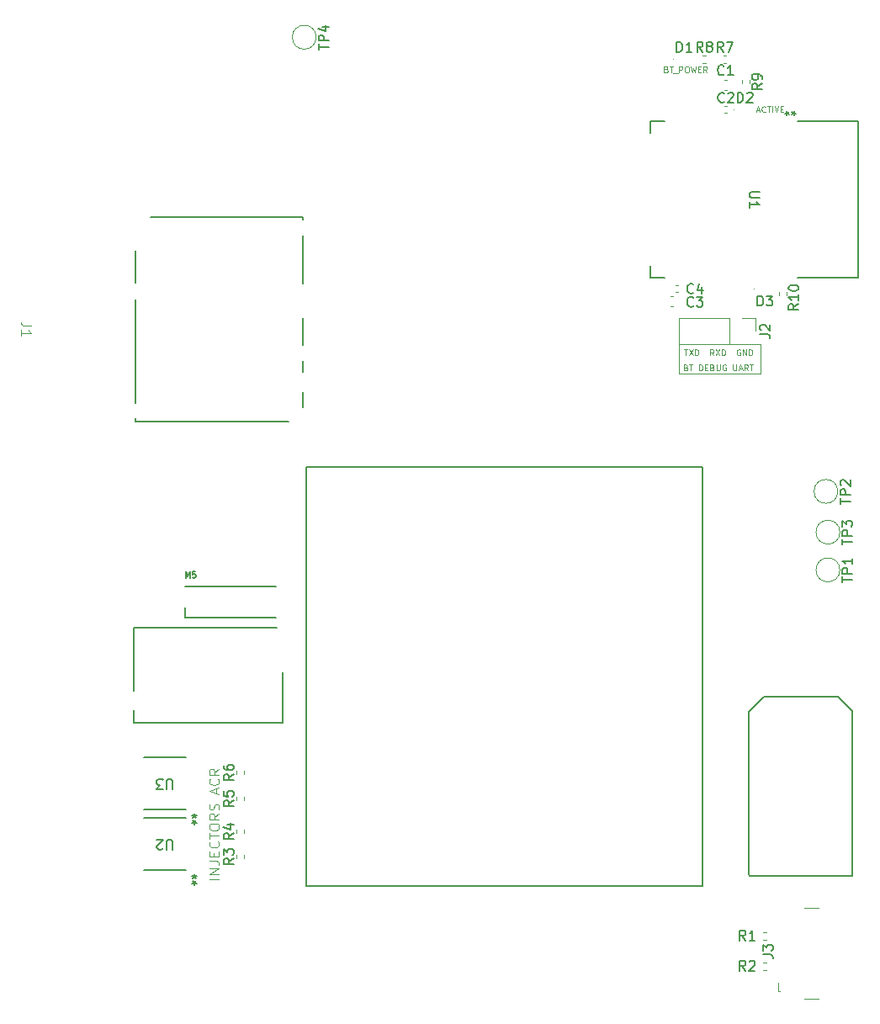
<source format=gto>
G04 #@! TF.GenerationSoftware,KiCad,Pcbnew,8.0.6-8.0.6-0~ubuntu22.04.1*
G04 #@! TF.CreationDate,2024-11-16T23:06:27+00:00*
G04 #@! TF.ProjectId,hellenbremen,68656c6c-656e-4627-9265-6d656e2e6b69,rev?*
G04 #@! TF.SameCoordinates,Original*
G04 #@! TF.FileFunction,Legend,Top*
G04 #@! TF.FilePolarity,Positive*
%FSLAX46Y46*%
G04 Gerber Fmt 4.6, Leading zero omitted, Abs format (unit mm)*
G04 Created by KiCad (PCBNEW 8.0.6-8.0.6-0~ubuntu22.04.1) date 2024-11-16 23:06:27*
%MOMM*%
%LPD*%
G01*
G04 APERTURE LIST*
%ADD10C,0.100000*%
%ADD11C,0.150000*%
%ADD12C,0.120000*%
%ADD13C,0.152400*%
%ADD14C,0.200000*%
G04 APERTURE END LIST*
D10*
X83782500Y73406000D02*
X91985500Y73406000D01*
X91985500Y70418000D01*
X83782500Y70418000D01*
X83782500Y73406000D01*
X84324894Y72877778D02*
X84667752Y72877778D01*
X84496323Y72277778D02*
X84496323Y72877778D01*
X84810609Y72877778D02*
X85210609Y72277778D01*
X85210609Y72877778D02*
X84810609Y72277778D01*
X85439181Y72277778D02*
X85439181Y72877778D01*
X85439181Y72877778D02*
X85582038Y72877778D01*
X85582038Y72877778D02*
X85667752Y72849207D01*
X85667752Y72849207D02*
X85724895Y72792064D01*
X85724895Y72792064D02*
X85753466Y72734921D01*
X85753466Y72734921D02*
X85782038Y72620635D01*
X85782038Y72620635D02*
X85782038Y72534921D01*
X85782038Y72534921D02*
X85753466Y72420635D01*
X85753466Y72420635D02*
X85724895Y72363492D01*
X85724895Y72363492D02*
X85667752Y72306349D01*
X85667752Y72306349D02*
X85582038Y72277778D01*
X85582038Y72277778D02*
X85439181Y72277778D01*
X87296324Y72277778D02*
X87096324Y72563492D01*
X86953467Y72277778D02*
X86953467Y72877778D01*
X86953467Y72877778D02*
X87182038Y72877778D01*
X87182038Y72877778D02*
X87239181Y72849207D01*
X87239181Y72849207D02*
X87267752Y72820635D01*
X87267752Y72820635D02*
X87296324Y72763492D01*
X87296324Y72763492D02*
X87296324Y72677778D01*
X87296324Y72677778D02*
X87267752Y72620635D01*
X87267752Y72620635D02*
X87239181Y72592064D01*
X87239181Y72592064D02*
X87182038Y72563492D01*
X87182038Y72563492D02*
X86953467Y72563492D01*
X87496324Y72877778D02*
X87896324Y72277778D01*
X87896324Y72877778D02*
X87496324Y72277778D01*
X88124896Y72277778D02*
X88124896Y72877778D01*
X88124896Y72877778D02*
X88267753Y72877778D01*
X88267753Y72877778D02*
X88353467Y72849207D01*
X88353467Y72849207D02*
X88410610Y72792064D01*
X88410610Y72792064D02*
X88439181Y72734921D01*
X88439181Y72734921D02*
X88467753Y72620635D01*
X88467753Y72620635D02*
X88467753Y72534921D01*
X88467753Y72534921D02*
X88439181Y72420635D01*
X88439181Y72420635D02*
X88410610Y72363492D01*
X88410610Y72363492D02*
X88353467Y72306349D01*
X88353467Y72306349D02*
X88267753Y72277778D01*
X88267753Y72277778D02*
X88124896Y72277778D01*
X89953467Y72849207D02*
X89896325Y72877778D01*
X89896325Y72877778D02*
X89810610Y72877778D01*
X89810610Y72877778D02*
X89724896Y72849207D01*
X89724896Y72849207D02*
X89667753Y72792064D01*
X89667753Y72792064D02*
X89639182Y72734921D01*
X89639182Y72734921D02*
X89610610Y72620635D01*
X89610610Y72620635D02*
X89610610Y72534921D01*
X89610610Y72534921D02*
X89639182Y72420635D01*
X89639182Y72420635D02*
X89667753Y72363492D01*
X89667753Y72363492D02*
X89724896Y72306349D01*
X89724896Y72306349D02*
X89810610Y72277778D01*
X89810610Y72277778D02*
X89867753Y72277778D01*
X89867753Y72277778D02*
X89953467Y72306349D01*
X89953467Y72306349D02*
X89982039Y72334921D01*
X89982039Y72334921D02*
X89982039Y72534921D01*
X89982039Y72534921D02*
X89867753Y72534921D01*
X90239182Y72277778D02*
X90239182Y72877778D01*
X90239182Y72877778D02*
X90582039Y72277778D01*
X90582039Y72277778D02*
X90582039Y72877778D01*
X90867753Y72277778D02*
X90867753Y72877778D01*
X90867753Y72877778D02*
X91010610Y72877778D01*
X91010610Y72877778D02*
X91096324Y72849207D01*
X91096324Y72849207D02*
X91153467Y72792064D01*
X91153467Y72792064D02*
X91182038Y72734921D01*
X91182038Y72734921D02*
X91210610Y72620635D01*
X91210610Y72620635D02*
X91210610Y72534921D01*
X91210610Y72534921D02*
X91182038Y72420635D01*
X91182038Y72420635D02*
X91153467Y72363492D01*
X91153467Y72363492D02*
X91096324Y72306349D01*
X91096324Y72306349D02*
X91010610Y72277778D01*
X91010610Y72277778D02*
X90867753Y72277778D01*
X84520146Y71064915D02*
X84605860Y71036343D01*
X84605860Y71036343D02*
X84634431Y71007772D01*
X84634431Y71007772D02*
X84663003Y70950629D01*
X84663003Y70950629D02*
X84663003Y70864915D01*
X84663003Y70864915D02*
X84634431Y70807772D01*
X84634431Y70807772D02*
X84605860Y70779200D01*
X84605860Y70779200D02*
X84548717Y70750629D01*
X84548717Y70750629D02*
X84320146Y70750629D01*
X84320146Y70750629D02*
X84320146Y71350629D01*
X84320146Y71350629D02*
X84520146Y71350629D01*
X84520146Y71350629D02*
X84577289Y71322058D01*
X84577289Y71322058D02*
X84605860Y71293486D01*
X84605860Y71293486D02*
X84634431Y71236343D01*
X84634431Y71236343D02*
X84634431Y71179200D01*
X84634431Y71179200D02*
X84605860Y71122058D01*
X84605860Y71122058D02*
X84577289Y71093486D01*
X84577289Y71093486D02*
X84520146Y71064915D01*
X84520146Y71064915D02*
X84320146Y71064915D01*
X84834431Y71350629D02*
X85177289Y71350629D01*
X85005860Y70750629D02*
X85005860Y71350629D01*
X85834432Y70750629D02*
X85834432Y71350629D01*
X85834432Y71350629D02*
X85977289Y71350629D01*
X85977289Y71350629D02*
X86063003Y71322058D01*
X86063003Y71322058D02*
X86120146Y71264915D01*
X86120146Y71264915D02*
X86148717Y71207772D01*
X86148717Y71207772D02*
X86177289Y71093486D01*
X86177289Y71093486D02*
X86177289Y71007772D01*
X86177289Y71007772D02*
X86148717Y70893486D01*
X86148717Y70893486D02*
X86120146Y70836343D01*
X86120146Y70836343D02*
X86063003Y70779200D01*
X86063003Y70779200D02*
X85977289Y70750629D01*
X85977289Y70750629D02*
X85834432Y70750629D01*
X86434432Y71064915D02*
X86634432Y71064915D01*
X86720146Y70750629D02*
X86434432Y70750629D01*
X86434432Y70750629D02*
X86434432Y71350629D01*
X86434432Y71350629D02*
X86720146Y71350629D01*
X87177289Y71064915D02*
X87263003Y71036343D01*
X87263003Y71036343D02*
X87291574Y71007772D01*
X87291574Y71007772D02*
X87320146Y70950629D01*
X87320146Y70950629D02*
X87320146Y70864915D01*
X87320146Y70864915D02*
X87291574Y70807772D01*
X87291574Y70807772D02*
X87263003Y70779200D01*
X87263003Y70779200D02*
X87205860Y70750629D01*
X87205860Y70750629D02*
X86977289Y70750629D01*
X86977289Y70750629D02*
X86977289Y71350629D01*
X86977289Y71350629D02*
X87177289Y71350629D01*
X87177289Y71350629D02*
X87234432Y71322058D01*
X87234432Y71322058D02*
X87263003Y71293486D01*
X87263003Y71293486D02*
X87291574Y71236343D01*
X87291574Y71236343D02*
X87291574Y71179200D01*
X87291574Y71179200D02*
X87263003Y71122058D01*
X87263003Y71122058D02*
X87234432Y71093486D01*
X87234432Y71093486D02*
X87177289Y71064915D01*
X87177289Y71064915D02*
X86977289Y71064915D01*
X87577289Y71350629D02*
X87577289Y70864915D01*
X87577289Y70864915D02*
X87605860Y70807772D01*
X87605860Y70807772D02*
X87634432Y70779200D01*
X87634432Y70779200D02*
X87691574Y70750629D01*
X87691574Y70750629D02*
X87805860Y70750629D01*
X87805860Y70750629D02*
X87863003Y70779200D01*
X87863003Y70779200D02*
X87891574Y70807772D01*
X87891574Y70807772D02*
X87920146Y70864915D01*
X87920146Y70864915D02*
X87920146Y71350629D01*
X88520145Y71322058D02*
X88463003Y71350629D01*
X88463003Y71350629D02*
X88377288Y71350629D01*
X88377288Y71350629D02*
X88291574Y71322058D01*
X88291574Y71322058D02*
X88234431Y71264915D01*
X88234431Y71264915D02*
X88205860Y71207772D01*
X88205860Y71207772D02*
X88177288Y71093486D01*
X88177288Y71093486D02*
X88177288Y71007772D01*
X88177288Y71007772D02*
X88205860Y70893486D01*
X88205860Y70893486D02*
X88234431Y70836343D01*
X88234431Y70836343D02*
X88291574Y70779200D01*
X88291574Y70779200D02*
X88377288Y70750629D01*
X88377288Y70750629D02*
X88434431Y70750629D01*
X88434431Y70750629D02*
X88520145Y70779200D01*
X88520145Y70779200D02*
X88548717Y70807772D01*
X88548717Y70807772D02*
X88548717Y71007772D01*
X88548717Y71007772D02*
X88434431Y71007772D01*
X89263003Y71350629D02*
X89263003Y70864915D01*
X89263003Y70864915D02*
X89291574Y70807772D01*
X89291574Y70807772D02*
X89320146Y70779200D01*
X89320146Y70779200D02*
X89377288Y70750629D01*
X89377288Y70750629D02*
X89491574Y70750629D01*
X89491574Y70750629D02*
X89548717Y70779200D01*
X89548717Y70779200D02*
X89577288Y70807772D01*
X89577288Y70807772D02*
X89605860Y70864915D01*
X89605860Y70864915D02*
X89605860Y71350629D01*
X89863002Y70922058D02*
X90148717Y70922058D01*
X89805859Y70750629D02*
X90005859Y71350629D01*
X90005859Y71350629D02*
X90205859Y70750629D01*
X90748717Y70750629D02*
X90548717Y71036343D01*
X90405860Y70750629D02*
X90405860Y71350629D01*
X90405860Y71350629D02*
X90634431Y71350629D01*
X90634431Y71350629D02*
X90691574Y71322058D01*
X90691574Y71322058D02*
X90720145Y71293486D01*
X90720145Y71293486D02*
X90748717Y71236343D01*
X90748717Y71236343D02*
X90748717Y71150629D01*
X90748717Y71150629D02*
X90720145Y71093486D01*
X90720145Y71093486D02*
X90691574Y71064915D01*
X90691574Y71064915D02*
X90634431Y71036343D01*
X90634431Y71036343D02*
X90405860Y71036343D01*
X90920145Y71350629D02*
X91263003Y71350629D01*
X91091574Y70750629D02*
X91091574Y71350629D01*
X37248554Y28196266D02*
X37248554Y28672456D01*
X37534269Y28101028D02*
X36534269Y28434361D01*
X36534269Y28434361D02*
X37534269Y28767694D01*
X37439030Y29672456D02*
X37486650Y29624837D01*
X37486650Y29624837D02*
X37534269Y29481980D01*
X37534269Y29481980D02*
X37534269Y29386742D01*
X37534269Y29386742D02*
X37486650Y29243885D01*
X37486650Y29243885D02*
X37391411Y29148647D01*
X37391411Y29148647D02*
X37296173Y29101028D01*
X37296173Y29101028D02*
X37105697Y29053409D01*
X37105697Y29053409D02*
X36962840Y29053409D01*
X36962840Y29053409D02*
X36772364Y29101028D01*
X36772364Y29101028D02*
X36677126Y29148647D01*
X36677126Y29148647D02*
X36581888Y29243885D01*
X36581888Y29243885D02*
X36534269Y29386742D01*
X36534269Y29386742D02*
X36534269Y29481980D01*
X36534269Y29481980D02*
X36581888Y29624837D01*
X36581888Y29624837D02*
X36629507Y29672456D01*
X37534269Y30672456D02*
X37058078Y30339123D01*
X37534269Y30101028D02*
X36534269Y30101028D01*
X36534269Y30101028D02*
X36534269Y30481980D01*
X36534269Y30481980D02*
X36581888Y30577218D01*
X36581888Y30577218D02*
X36629507Y30624837D01*
X36629507Y30624837D02*
X36724745Y30672456D01*
X36724745Y30672456D02*
X36867602Y30672456D01*
X36867602Y30672456D02*
X36962840Y30624837D01*
X36962840Y30624837D02*
X37010459Y30577218D01*
X37010459Y30577218D02*
X37058078Y30481980D01*
X37058078Y30481980D02*
X37058078Y30101028D01*
X37534269Y19607885D02*
X36534269Y19607885D01*
X37534269Y20084075D02*
X36534269Y20084075D01*
X36534269Y20084075D02*
X37534269Y20655503D01*
X37534269Y20655503D02*
X36534269Y20655503D01*
X36534269Y21417408D02*
X37248554Y21417408D01*
X37248554Y21417408D02*
X37391411Y21369789D01*
X37391411Y21369789D02*
X37486650Y21274551D01*
X37486650Y21274551D02*
X37534269Y21131694D01*
X37534269Y21131694D02*
X37534269Y21036456D01*
X37010459Y21893599D02*
X37010459Y22226932D01*
X37534269Y22369789D02*
X37534269Y21893599D01*
X37534269Y21893599D02*
X36534269Y21893599D01*
X36534269Y21893599D02*
X36534269Y22369789D01*
X37439030Y23369789D02*
X37486650Y23322170D01*
X37486650Y23322170D02*
X37534269Y23179313D01*
X37534269Y23179313D02*
X37534269Y23084075D01*
X37534269Y23084075D02*
X37486650Y22941218D01*
X37486650Y22941218D02*
X37391411Y22845980D01*
X37391411Y22845980D02*
X37296173Y22798361D01*
X37296173Y22798361D02*
X37105697Y22750742D01*
X37105697Y22750742D02*
X36962840Y22750742D01*
X36962840Y22750742D02*
X36772364Y22798361D01*
X36772364Y22798361D02*
X36677126Y22845980D01*
X36677126Y22845980D02*
X36581888Y22941218D01*
X36581888Y22941218D02*
X36534269Y23084075D01*
X36534269Y23084075D02*
X36534269Y23179313D01*
X36534269Y23179313D02*
X36581888Y23322170D01*
X36581888Y23322170D02*
X36629507Y23369789D01*
X36534269Y23655504D02*
X36534269Y24226932D01*
X37534269Y23941218D02*
X36534269Y23941218D01*
X36534269Y24750742D02*
X36534269Y24941218D01*
X36534269Y24941218D02*
X36581888Y25036456D01*
X36581888Y25036456D02*
X36677126Y25131694D01*
X36677126Y25131694D02*
X36867602Y25179313D01*
X36867602Y25179313D02*
X37200935Y25179313D01*
X37200935Y25179313D02*
X37391411Y25131694D01*
X37391411Y25131694D02*
X37486650Y25036456D01*
X37486650Y25036456D02*
X37534269Y24941218D01*
X37534269Y24941218D02*
X37534269Y24750742D01*
X37534269Y24750742D02*
X37486650Y24655504D01*
X37486650Y24655504D02*
X37391411Y24560266D01*
X37391411Y24560266D02*
X37200935Y24512647D01*
X37200935Y24512647D02*
X36867602Y24512647D01*
X36867602Y24512647D02*
X36677126Y24560266D01*
X36677126Y24560266D02*
X36581888Y24655504D01*
X36581888Y24655504D02*
X36534269Y24750742D01*
X37534269Y26179313D02*
X37058078Y25845980D01*
X37534269Y25607885D02*
X36534269Y25607885D01*
X36534269Y25607885D02*
X36534269Y25988837D01*
X36534269Y25988837D02*
X36581888Y26084075D01*
X36581888Y26084075D02*
X36629507Y26131694D01*
X36629507Y26131694D02*
X36724745Y26179313D01*
X36724745Y26179313D02*
X36867602Y26179313D01*
X36867602Y26179313D02*
X36962840Y26131694D01*
X36962840Y26131694D02*
X37010459Y26084075D01*
X37010459Y26084075D02*
X37058078Y25988837D01*
X37058078Y25988837D02*
X37058078Y25607885D01*
X37486650Y26560266D02*
X37534269Y26703123D01*
X37534269Y26703123D02*
X37534269Y26941218D01*
X37534269Y26941218D02*
X37486650Y27036456D01*
X37486650Y27036456D02*
X37439030Y27084075D01*
X37439030Y27084075D02*
X37343792Y27131694D01*
X37343792Y27131694D02*
X37248554Y27131694D01*
X37248554Y27131694D02*
X37153316Y27084075D01*
X37153316Y27084075D02*
X37105697Y27036456D01*
X37105697Y27036456D02*
X37058078Y26941218D01*
X37058078Y26941218D02*
X37010459Y26750742D01*
X37010459Y26750742D02*
X36962840Y26655504D01*
X36962840Y26655504D02*
X36915221Y26607885D01*
X36915221Y26607885D02*
X36819983Y26560266D01*
X36819983Y26560266D02*
X36724745Y26560266D01*
X36724745Y26560266D02*
X36629507Y26607885D01*
X36629507Y26607885D02*
X36581888Y26655504D01*
X36581888Y26655504D02*
X36534269Y26750742D01*
X36534269Y26750742D02*
X36534269Y26988837D01*
X36534269Y26988837D02*
X36581888Y27131694D01*
X82525480Y101088115D02*
X82611194Y101059543D01*
X82611194Y101059543D02*
X82639765Y101030972D01*
X82639765Y101030972D02*
X82668337Y100973829D01*
X82668337Y100973829D02*
X82668337Y100888115D01*
X82668337Y100888115D02*
X82639765Y100830972D01*
X82639765Y100830972D02*
X82611194Y100802400D01*
X82611194Y100802400D02*
X82554051Y100773829D01*
X82554051Y100773829D02*
X82325480Y100773829D01*
X82325480Y100773829D02*
X82325480Y101373829D01*
X82325480Y101373829D02*
X82525480Y101373829D01*
X82525480Y101373829D02*
X82582623Y101345258D01*
X82582623Y101345258D02*
X82611194Y101316686D01*
X82611194Y101316686D02*
X82639765Y101259543D01*
X82639765Y101259543D02*
X82639765Y101202400D01*
X82639765Y101202400D02*
X82611194Y101145258D01*
X82611194Y101145258D02*
X82582623Y101116686D01*
X82582623Y101116686D02*
X82525480Y101088115D01*
X82525480Y101088115D02*
X82325480Y101088115D01*
X82839765Y101373829D02*
X83182623Y101373829D01*
X83011194Y100773829D02*
X83011194Y101373829D01*
X83239766Y100716686D02*
X83696908Y100716686D01*
X83839766Y100773829D02*
X83839766Y101373829D01*
X83839766Y101373829D02*
X84068337Y101373829D01*
X84068337Y101373829D02*
X84125480Y101345258D01*
X84125480Y101345258D02*
X84154051Y101316686D01*
X84154051Y101316686D02*
X84182623Y101259543D01*
X84182623Y101259543D02*
X84182623Y101173829D01*
X84182623Y101173829D02*
X84154051Y101116686D01*
X84154051Y101116686D02*
X84125480Y101088115D01*
X84125480Y101088115D02*
X84068337Y101059543D01*
X84068337Y101059543D02*
X83839766Y101059543D01*
X84554051Y101373829D02*
X84668337Y101373829D01*
X84668337Y101373829D02*
X84725480Y101345258D01*
X84725480Y101345258D02*
X84782623Y101288115D01*
X84782623Y101288115D02*
X84811194Y101173829D01*
X84811194Y101173829D02*
X84811194Y100973829D01*
X84811194Y100973829D02*
X84782623Y100859543D01*
X84782623Y100859543D02*
X84725480Y100802400D01*
X84725480Y100802400D02*
X84668337Y100773829D01*
X84668337Y100773829D02*
X84554051Y100773829D01*
X84554051Y100773829D02*
X84496909Y100802400D01*
X84496909Y100802400D02*
X84439766Y100859543D01*
X84439766Y100859543D02*
X84411194Y100973829D01*
X84411194Y100973829D02*
X84411194Y101173829D01*
X84411194Y101173829D02*
X84439766Y101288115D01*
X84439766Y101288115D02*
X84496909Y101345258D01*
X84496909Y101345258D02*
X84554051Y101373829D01*
X85011194Y101373829D02*
X85154051Y100773829D01*
X85154051Y100773829D02*
X85268337Y101202400D01*
X85268337Y101202400D02*
X85382622Y100773829D01*
X85382622Y100773829D02*
X85525480Y101373829D01*
X85754051Y101088115D02*
X85954051Y101088115D01*
X86039765Y100773829D02*
X85754051Y100773829D01*
X85754051Y100773829D02*
X85754051Y101373829D01*
X85754051Y101373829D02*
X86039765Y101373829D01*
X86639765Y100773829D02*
X86439765Y101059543D01*
X86296908Y100773829D02*
X86296908Y101373829D01*
X86296908Y101373829D02*
X86525479Y101373829D01*
X86525479Y101373829D02*
X86582622Y101345258D01*
X86582622Y101345258D02*
X86611193Y101316686D01*
X86611193Y101316686D02*
X86639765Y101259543D01*
X86639765Y101259543D02*
X86639765Y101173829D01*
X86639765Y101173829D02*
X86611193Y101116686D01*
X86611193Y101116686D02*
X86582622Y101088115D01*
X86582622Y101088115D02*
X86525479Y101059543D01*
X86525479Y101059543D02*
X86296908Y101059543D01*
X91620074Y96923795D02*
X91905789Y96923795D01*
X91562931Y96752366D02*
X91762931Y97352366D01*
X91762931Y97352366D02*
X91962931Y96752366D01*
X92505789Y96809509D02*
X92477217Y96780937D01*
X92477217Y96780937D02*
X92391503Y96752366D01*
X92391503Y96752366D02*
X92334360Y96752366D01*
X92334360Y96752366D02*
X92248646Y96780937D01*
X92248646Y96780937D02*
X92191503Y96838080D01*
X92191503Y96838080D02*
X92162932Y96895223D01*
X92162932Y96895223D02*
X92134360Y97009509D01*
X92134360Y97009509D02*
X92134360Y97095223D01*
X92134360Y97095223D02*
X92162932Y97209509D01*
X92162932Y97209509D02*
X92191503Y97266652D01*
X92191503Y97266652D02*
X92248646Y97323795D01*
X92248646Y97323795D02*
X92334360Y97352366D01*
X92334360Y97352366D02*
X92391503Y97352366D01*
X92391503Y97352366D02*
X92477217Y97323795D01*
X92477217Y97323795D02*
X92505789Y97295223D01*
X92677217Y97352366D02*
X93020075Y97352366D01*
X92848646Y96752366D02*
X92848646Y97352366D01*
X93220075Y96752366D02*
X93220075Y97352366D01*
X93420074Y97352366D02*
X93620074Y96752366D01*
X93620074Y96752366D02*
X93820074Y97352366D01*
X94020075Y97066652D02*
X94220075Y97066652D01*
X94305789Y96752366D02*
X94020075Y96752366D01*
X94020075Y96752366D02*
X94020075Y97352366D01*
X94020075Y97352366D02*
X94305789Y97352366D01*
D11*
X85261219Y77278193D02*
X85213600Y77230573D01*
X85213600Y77230573D02*
X85070743Y77182954D01*
X85070743Y77182954D02*
X84975505Y77182954D01*
X84975505Y77182954D02*
X84832648Y77230573D01*
X84832648Y77230573D02*
X84737410Y77325812D01*
X84737410Y77325812D02*
X84689791Y77421050D01*
X84689791Y77421050D02*
X84642172Y77611526D01*
X84642172Y77611526D02*
X84642172Y77754383D01*
X84642172Y77754383D02*
X84689791Y77944859D01*
X84689791Y77944859D02*
X84737410Y78040097D01*
X84737410Y78040097D02*
X84832648Y78135335D01*
X84832648Y78135335D02*
X84975505Y78182954D01*
X84975505Y78182954D02*
X85070743Y78182954D01*
X85070743Y78182954D02*
X85213600Y78135335D01*
X85213600Y78135335D02*
X85261219Y78087716D01*
X85594553Y78182954D02*
X86213600Y78182954D01*
X86213600Y78182954D02*
X85880267Y77802002D01*
X85880267Y77802002D02*
X86023124Y77802002D01*
X86023124Y77802002D02*
X86118362Y77754383D01*
X86118362Y77754383D02*
X86165981Y77706764D01*
X86165981Y77706764D02*
X86213600Y77611526D01*
X86213600Y77611526D02*
X86213600Y77373431D01*
X86213600Y77373431D02*
X86165981Y77278193D01*
X86165981Y77278193D02*
X86118362Y77230573D01*
X86118362Y77230573D02*
X86023124Y77182954D01*
X86023124Y77182954D02*
X85737410Y77182954D01*
X85737410Y77182954D02*
X85642172Y77230573D01*
X85642172Y77230573D02*
X85594553Y77278193D01*
X38978669Y21675334D02*
X38502478Y21342001D01*
X38978669Y21103906D02*
X37978669Y21103906D01*
X37978669Y21103906D02*
X37978669Y21484858D01*
X37978669Y21484858D02*
X38026288Y21580096D01*
X38026288Y21580096D02*
X38073907Y21627715D01*
X38073907Y21627715D02*
X38169145Y21675334D01*
X38169145Y21675334D02*
X38312002Y21675334D01*
X38312002Y21675334D02*
X38407240Y21627715D01*
X38407240Y21627715D02*
X38454859Y21580096D01*
X38454859Y21580096D02*
X38502478Y21484858D01*
X38502478Y21484858D02*
X38502478Y21103906D01*
X37978669Y22008668D02*
X37978669Y22627715D01*
X37978669Y22627715D02*
X38359621Y22294382D01*
X38359621Y22294382D02*
X38359621Y22437239D01*
X38359621Y22437239D02*
X38407240Y22532477D01*
X38407240Y22532477D02*
X38454859Y22580096D01*
X38454859Y22580096D02*
X38550097Y22627715D01*
X38550097Y22627715D02*
X38788192Y22627715D01*
X38788192Y22627715D02*
X38883430Y22580096D01*
X38883430Y22580096D02*
X38931050Y22532477D01*
X38931050Y22532477D02*
X38978669Y22437239D01*
X38978669Y22437239D02*
X38978669Y22151525D01*
X38978669Y22151525D02*
X38931050Y22056287D01*
X38931050Y22056287D02*
X38883430Y22008668D01*
X85261219Y78588069D02*
X85213600Y78540449D01*
X85213600Y78540449D02*
X85070743Y78492830D01*
X85070743Y78492830D02*
X84975505Y78492830D01*
X84975505Y78492830D02*
X84832648Y78540449D01*
X84832648Y78540449D02*
X84737410Y78635688D01*
X84737410Y78635688D02*
X84689791Y78730926D01*
X84689791Y78730926D02*
X84642172Y78921402D01*
X84642172Y78921402D02*
X84642172Y79064259D01*
X84642172Y79064259D02*
X84689791Y79254735D01*
X84689791Y79254735D02*
X84737410Y79349973D01*
X84737410Y79349973D02*
X84832648Y79445211D01*
X84832648Y79445211D02*
X84975505Y79492830D01*
X84975505Y79492830D02*
X85070743Y79492830D01*
X85070743Y79492830D02*
X85213600Y79445211D01*
X85213600Y79445211D02*
X85261219Y79397592D01*
X86118362Y79159497D02*
X86118362Y78492830D01*
X85880267Y79540449D02*
X85642172Y78826164D01*
X85642172Y78826164D02*
X86261219Y78826164D01*
X95836037Y77451064D02*
X95359846Y77117731D01*
X95836037Y76879636D02*
X94836037Y76879636D01*
X94836037Y76879636D02*
X94836037Y77260588D01*
X94836037Y77260588D02*
X94883656Y77355826D01*
X94883656Y77355826D02*
X94931275Y77403445D01*
X94931275Y77403445D02*
X95026513Y77451064D01*
X95026513Y77451064D02*
X95169370Y77451064D01*
X95169370Y77451064D02*
X95264608Y77403445D01*
X95264608Y77403445D02*
X95312227Y77355826D01*
X95312227Y77355826D02*
X95359846Y77260588D01*
X95359846Y77260588D02*
X95359846Y76879636D01*
X95836037Y78403445D02*
X95836037Y77832017D01*
X95836037Y78117731D02*
X94836037Y78117731D01*
X94836037Y78117731D02*
X94978894Y78022493D01*
X94978894Y78022493D02*
X95074132Y77927255D01*
X95074132Y77927255D02*
X95121751Y77832017D01*
X94836037Y79022493D02*
X94836037Y79117731D01*
X94836037Y79117731D02*
X94883656Y79212969D01*
X94883656Y79212969D02*
X94931275Y79260588D01*
X94931275Y79260588D02*
X95026513Y79308207D01*
X95026513Y79308207D02*
X95216989Y79355826D01*
X95216989Y79355826D02*
X95455084Y79355826D01*
X95455084Y79355826D02*
X95645560Y79308207D01*
X95645560Y79308207D02*
X95740798Y79260588D01*
X95740798Y79260588D02*
X95788418Y79212969D01*
X95788418Y79212969D02*
X95836037Y79117731D01*
X95836037Y79117731D02*
X95836037Y79022493D01*
X95836037Y79022493D02*
X95788418Y78927255D01*
X95788418Y78927255D02*
X95740798Y78879636D01*
X95740798Y78879636D02*
X95645560Y78832017D01*
X95645560Y78832017D02*
X95455084Y78784398D01*
X95455084Y78784398D02*
X95216989Y78784398D01*
X95216989Y78784398D02*
X95026513Y78832017D01*
X95026513Y78832017D02*
X94931275Y78879636D01*
X94931275Y78879636D02*
X94883656Y78927255D01*
X94883656Y78927255D02*
X94836037Y79022493D01*
X38978669Y27521334D02*
X38502478Y27188001D01*
X38978669Y26949906D02*
X37978669Y26949906D01*
X37978669Y26949906D02*
X37978669Y27330858D01*
X37978669Y27330858D02*
X38026288Y27426096D01*
X38026288Y27426096D02*
X38073907Y27473715D01*
X38073907Y27473715D02*
X38169145Y27521334D01*
X38169145Y27521334D02*
X38312002Y27521334D01*
X38312002Y27521334D02*
X38407240Y27473715D01*
X38407240Y27473715D02*
X38454859Y27426096D01*
X38454859Y27426096D02*
X38502478Y27330858D01*
X38502478Y27330858D02*
X38502478Y26949906D01*
X37978669Y28426096D02*
X37978669Y27949906D01*
X37978669Y27949906D02*
X38454859Y27902287D01*
X38454859Y27902287D02*
X38407240Y27949906D01*
X38407240Y27949906D02*
X38359621Y28045144D01*
X38359621Y28045144D02*
X38359621Y28283239D01*
X38359621Y28283239D02*
X38407240Y28378477D01*
X38407240Y28378477D02*
X38454859Y28426096D01*
X38454859Y28426096D02*
X38550097Y28473715D01*
X38550097Y28473715D02*
X38788192Y28473715D01*
X38788192Y28473715D02*
X38883430Y28426096D01*
X38883430Y28426096D02*
X38931050Y28378477D01*
X38931050Y28378477D02*
X38978669Y28283239D01*
X38978669Y28283239D02*
X38978669Y28045144D01*
X38978669Y28045144D02*
X38931050Y27949906D01*
X38931050Y27949906D02*
X38883430Y27902287D01*
X91977319Y74402667D02*
X92691604Y74402667D01*
X92691604Y74402667D02*
X92834461Y74355048D01*
X92834461Y74355048D02*
X92929700Y74259810D01*
X92929700Y74259810D02*
X92977319Y74116953D01*
X92977319Y74116953D02*
X92977319Y74021715D01*
X92072557Y74831239D02*
X92024938Y74878858D01*
X92024938Y74878858D02*
X91977319Y74974096D01*
X91977319Y74974096D02*
X91977319Y75212191D01*
X91977319Y75212191D02*
X92024938Y75307429D01*
X92024938Y75307429D02*
X92072557Y75355048D01*
X92072557Y75355048D02*
X92167795Y75402667D01*
X92167795Y75402667D02*
X92263033Y75402667D01*
X92263033Y75402667D02*
X92405890Y75355048D01*
X92405890Y75355048D02*
X92977319Y74783620D01*
X92977319Y74783620D02*
X92977319Y75402667D01*
X90513333Y10375181D02*
X90180000Y10851372D01*
X89941905Y10375181D02*
X89941905Y11375181D01*
X89941905Y11375181D02*
X90322857Y11375181D01*
X90322857Y11375181D02*
X90418095Y11327562D01*
X90418095Y11327562D02*
X90465714Y11279943D01*
X90465714Y11279943D02*
X90513333Y11184705D01*
X90513333Y11184705D02*
X90513333Y11041848D01*
X90513333Y11041848D02*
X90465714Y10946610D01*
X90465714Y10946610D02*
X90418095Y10898991D01*
X90418095Y10898991D02*
X90322857Y10851372D01*
X90322857Y10851372D02*
X89941905Y10851372D01*
X90894286Y11279943D02*
X90941905Y11327562D01*
X90941905Y11327562D02*
X91037143Y11375181D01*
X91037143Y11375181D02*
X91275238Y11375181D01*
X91275238Y11375181D02*
X91370476Y11327562D01*
X91370476Y11327562D02*
X91418095Y11279943D01*
X91418095Y11279943D02*
X91465714Y11184705D01*
X91465714Y11184705D02*
X91465714Y11089467D01*
X91465714Y11089467D02*
X91418095Y10946610D01*
X91418095Y10946610D02*
X90846667Y10375181D01*
X90846667Y10375181D02*
X91465714Y10375181D01*
X32835754Y28664820D02*
X32835754Y29474343D01*
X32835754Y29474343D02*
X32788135Y29569581D01*
X32788135Y29569581D02*
X32740516Y29617200D01*
X32740516Y29617200D02*
X32645278Y29664820D01*
X32645278Y29664820D02*
X32454802Y29664820D01*
X32454802Y29664820D02*
X32359564Y29617200D01*
X32359564Y29617200D02*
X32311945Y29569581D01*
X32311945Y29569581D02*
X32264326Y29474343D01*
X32264326Y29474343D02*
X32264326Y28664820D01*
X31883373Y28664820D02*
X31264326Y28664820D01*
X31264326Y28664820D02*
X31597659Y29045772D01*
X31597659Y29045772D02*
X31454802Y29045772D01*
X31454802Y29045772D02*
X31359564Y29093391D01*
X31359564Y29093391D02*
X31311945Y29141010D01*
X31311945Y29141010D02*
X31264326Y29236248D01*
X31264326Y29236248D02*
X31264326Y29474343D01*
X31264326Y29474343D02*
X31311945Y29569581D01*
X31311945Y29569581D02*
X31359564Y29617200D01*
X31359564Y29617200D02*
X31454802Y29664820D01*
X31454802Y29664820D02*
X31740516Y29664820D01*
X31740516Y29664820D02*
X31835754Y29617200D01*
X31835754Y29617200D02*
X31883373Y29569581D01*
X35052000Y26173781D02*
X35052000Y25935686D01*
X34813905Y26030924D02*
X35052000Y25935686D01*
X35052000Y25935686D02*
X35290095Y26030924D01*
X34909143Y25745210D02*
X35052000Y25935686D01*
X35052000Y25935686D02*
X35194857Y25745210D01*
X35051999Y25083420D02*
X35051999Y25321515D01*
X35290094Y25226277D02*
X35051999Y25321515D01*
X35051999Y25321515D02*
X34813904Y25226277D01*
X35194856Y25511991D02*
X35051999Y25321515D01*
X35051999Y25321515D02*
X34909142Y25511991D01*
X90513333Y13423181D02*
X90180000Y13899372D01*
X89941905Y13423181D02*
X89941905Y14423181D01*
X89941905Y14423181D02*
X90322857Y14423181D01*
X90322857Y14423181D02*
X90418095Y14375562D01*
X90418095Y14375562D02*
X90465714Y14327943D01*
X90465714Y14327943D02*
X90513333Y14232705D01*
X90513333Y14232705D02*
X90513333Y14089848D01*
X90513333Y14089848D02*
X90465714Y13994610D01*
X90465714Y13994610D02*
X90418095Y13946991D01*
X90418095Y13946991D02*
X90322857Y13899372D01*
X90322857Y13899372D02*
X89941905Y13899372D01*
X91465714Y13423181D02*
X90894286Y13423181D01*
X91180000Y13423181D02*
X91180000Y14423181D01*
X91180000Y14423181D02*
X91084762Y14280324D01*
X91084762Y14280324D02*
X90989524Y14185086D01*
X90989524Y14185086D02*
X90894286Y14137467D01*
X100252819Y49438096D02*
X100252819Y50009524D01*
X101252819Y49723810D02*
X100252819Y49723810D01*
X101252819Y50342858D02*
X100252819Y50342858D01*
X100252819Y50342858D02*
X100252819Y50723810D01*
X100252819Y50723810D02*
X100300438Y50819048D01*
X100300438Y50819048D02*
X100348057Y50866667D01*
X100348057Y50866667D02*
X100443295Y50914286D01*
X100443295Y50914286D02*
X100586152Y50914286D01*
X100586152Y50914286D02*
X100681390Y50866667D01*
X100681390Y50866667D02*
X100729009Y50819048D01*
X100729009Y50819048D02*
X100776628Y50723810D01*
X100776628Y50723810D02*
X100776628Y50342858D01*
X101252819Y51866667D02*
X101252819Y51295239D01*
X101252819Y51580953D02*
X100252819Y51580953D01*
X100252819Y51580953D02*
X100395676Y51485715D01*
X100395676Y51485715D02*
X100490914Y51390477D01*
X100490914Y51390477D02*
X100538533Y51295239D01*
X34191741Y49919429D02*
X34191741Y50519429D01*
X34191741Y50519429D02*
X34391741Y50090858D01*
X34391741Y50090858D02*
X34591741Y50519429D01*
X34591741Y50519429D02*
X34591741Y49919429D01*
X35163169Y50519429D02*
X34877455Y50519429D01*
X34877455Y50519429D02*
X34848883Y50233715D01*
X34848883Y50233715D02*
X34877455Y50262286D01*
X34877455Y50262286D02*
X34934598Y50290858D01*
X34934598Y50290858D02*
X35077455Y50290858D01*
X35077455Y50290858D02*
X35134598Y50262286D01*
X35134598Y50262286D02*
X35163169Y50233715D01*
X35163169Y50233715D02*
X35191740Y50176572D01*
X35191740Y50176572D02*
X35191740Y50033715D01*
X35191740Y50033715D02*
X35163169Y49976572D01*
X35163169Y49976572D02*
X35134598Y49948000D01*
X35134598Y49948000D02*
X35077455Y49919429D01*
X35077455Y49919429D02*
X34934598Y49919429D01*
X34934598Y49919429D02*
X34877455Y49948000D01*
X34877455Y49948000D02*
X34848883Y49976572D01*
X38978669Y24215334D02*
X38502478Y23882001D01*
X38978669Y23643906D02*
X37978669Y23643906D01*
X37978669Y23643906D02*
X37978669Y24024858D01*
X37978669Y24024858D02*
X38026288Y24120096D01*
X38026288Y24120096D02*
X38073907Y24167715D01*
X38073907Y24167715D02*
X38169145Y24215334D01*
X38169145Y24215334D02*
X38312002Y24215334D01*
X38312002Y24215334D02*
X38407240Y24167715D01*
X38407240Y24167715D02*
X38454859Y24120096D01*
X38454859Y24120096D02*
X38502478Y24024858D01*
X38502478Y24024858D02*
X38502478Y23643906D01*
X38312002Y25072477D02*
X38978669Y25072477D01*
X37931050Y24834382D02*
X38645335Y24596287D01*
X38645335Y24596287D02*
X38645335Y25215334D01*
X89708905Y97743181D02*
X89708905Y98743181D01*
X89708905Y98743181D02*
X89947000Y98743181D01*
X89947000Y98743181D02*
X90089857Y98695562D01*
X90089857Y98695562D02*
X90185095Y98600324D01*
X90185095Y98600324D02*
X90232714Y98505086D01*
X90232714Y98505086D02*
X90280333Y98314610D01*
X90280333Y98314610D02*
X90280333Y98171753D01*
X90280333Y98171753D02*
X90232714Y97981277D01*
X90232714Y97981277D02*
X90185095Y97886039D01*
X90185095Y97886039D02*
X90089857Y97790800D01*
X90089857Y97790800D02*
X89947000Y97743181D01*
X89947000Y97743181D02*
X89708905Y97743181D01*
X90661286Y98647943D02*
X90708905Y98695562D01*
X90708905Y98695562D02*
X90804143Y98743181D01*
X90804143Y98743181D02*
X91042238Y98743181D01*
X91042238Y98743181D02*
X91137476Y98695562D01*
X91137476Y98695562D02*
X91185095Y98647943D01*
X91185095Y98647943D02*
X91232714Y98552705D01*
X91232714Y98552705D02*
X91232714Y98457467D01*
X91232714Y98457467D02*
X91185095Y98314610D01*
X91185095Y98314610D02*
X90613667Y97743181D01*
X90613667Y97743181D02*
X91232714Y97743181D01*
X100252819Y53238096D02*
X100252819Y53809524D01*
X101252819Y53523810D02*
X100252819Y53523810D01*
X101252819Y54142858D02*
X100252819Y54142858D01*
X100252819Y54142858D02*
X100252819Y54523810D01*
X100252819Y54523810D02*
X100300438Y54619048D01*
X100300438Y54619048D02*
X100348057Y54666667D01*
X100348057Y54666667D02*
X100443295Y54714286D01*
X100443295Y54714286D02*
X100586152Y54714286D01*
X100586152Y54714286D02*
X100681390Y54666667D01*
X100681390Y54666667D02*
X100729009Y54619048D01*
X100729009Y54619048D02*
X100776628Y54523810D01*
X100776628Y54523810D02*
X100776628Y54142858D01*
X100252819Y55047620D02*
X100252819Y55666667D01*
X100252819Y55666667D02*
X100633771Y55333334D01*
X100633771Y55333334D02*
X100633771Y55476191D01*
X100633771Y55476191D02*
X100681390Y55571429D01*
X100681390Y55571429D02*
X100729009Y55619048D01*
X100729009Y55619048D02*
X100824247Y55666667D01*
X100824247Y55666667D02*
X101062342Y55666667D01*
X101062342Y55666667D02*
X101157580Y55619048D01*
X101157580Y55619048D02*
X101205200Y55571429D01*
X101205200Y55571429D02*
X101252819Y55476191D01*
X101252819Y55476191D02*
X101252819Y55190477D01*
X101252819Y55190477D02*
X101205200Y55095239D01*
X101205200Y55095239D02*
X101157580Y55047620D01*
X91717905Y77269181D02*
X91717905Y78269181D01*
X91717905Y78269181D02*
X91956000Y78269181D01*
X91956000Y78269181D02*
X92098857Y78221562D01*
X92098857Y78221562D02*
X92194095Y78126324D01*
X92194095Y78126324D02*
X92241714Y78031086D01*
X92241714Y78031086D02*
X92289333Y77840610D01*
X92289333Y77840610D02*
X92289333Y77697753D01*
X92289333Y77697753D02*
X92241714Y77507277D01*
X92241714Y77507277D02*
X92194095Y77412039D01*
X92194095Y77412039D02*
X92098857Y77316800D01*
X92098857Y77316800D02*
X91956000Y77269181D01*
X91956000Y77269181D02*
X91717905Y77269181D01*
X92622667Y78269181D02*
X93241714Y78269181D01*
X93241714Y78269181D02*
X92908381Y77888229D01*
X92908381Y77888229D02*
X93051238Y77888229D01*
X93051238Y77888229D02*
X93146476Y77840610D01*
X93146476Y77840610D02*
X93194095Y77792991D01*
X93194095Y77792991D02*
X93241714Y77697753D01*
X93241714Y77697753D02*
X93241714Y77459658D01*
X93241714Y77459658D02*
X93194095Y77364420D01*
X93194095Y77364420D02*
X93146476Y77316800D01*
X93146476Y77316800D02*
X93051238Y77269181D01*
X93051238Y77269181D02*
X92765524Y77269181D01*
X92765524Y77269181D02*
X92670286Y77316800D01*
X92670286Y77316800D02*
X92622667Y77364420D01*
D10*
X18640411Y75255353D02*
X17926126Y75255353D01*
X17926126Y75255353D02*
X17783269Y75302972D01*
X17783269Y75302972D02*
X17688031Y75398210D01*
X17688031Y75398210D02*
X17640411Y75541067D01*
X17640411Y75541067D02*
X17640411Y75636305D01*
X17640411Y74255353D02*
X17640411Y74826781D01*
X17640411Y74541067D02*
X18640411Y74541067D01*
X18640411Y74541067D02*
X18497554Y74636305D01*
X18497554Y74636305D02*
X18402316Y74731543D01*
X18402316Y74731543D02*
X18354697Y74826781D01*
D11*
X38978669Y30153999D02*
X38502478Y29820666D01*
X38978669Y29582571D02*
X37978669Y29582571D01*
X37978669Y29582571D02*
X37978669Y29963523D01*
X37978669Y29963523D02*
X38026288Y30058761D01*
X38026288Y30058761D02*
X38073907Y30106380D01*
X38073907Y30106380D02*
X38169145Y30153999D01*
X38169145Y30153999D02*
X38312002Y30153999D01*
X38312002Y30153999D02*
X38407240Y30106380D01*
X38407240Y30106380D02*
X38454859Y30058761D01*
X38454859Y30058761D02*
X38502478Y29963523D01*
X38502478Y29963523D02*
X38502478Y29582571D01*
X37978669Y31011142D02*
X37978669Y30820666D01*
X37978669Y30820666D02*
X38026288Y30725428D01*
X38026288Y30725428D02*
X38073907Y30677809D01*
X38073907Y30677809D02*
X38216764Y30582571D01*
X38216764Y30582571D02*
X38407240Y30534952D01*
X38407240Y30534952D02*
X38788192Y30534952D01*
X38788192Y30534952D02*
X38883430Y30582571D01*
X38883430Y30582571D02*
X38931050Y30630190D01*
X38931050Y30630190D02*
X38978669Y30725428D01*
X38978669Y30725428D02*
X38978669Y30915904D01*
X38978669Y30915904D02*
X38931050Y31011142D01*
X38931050Y31011142D02*
X38883430Y31058761D01*
X38883430Y31058761D02*
X38788192Y31106380D01*
X38788192Y31106380D02*
X38550097Y31106380D01*
X38550097Y31106380D02*
X38454859Y31058761D01*
X38454859Y31058761D02*
X38407240Y31011142D01*
X38407240Y31011142D02*
X38359621Y30915904D01*
X38359621Y30915904D02*
X38359621Y30725428D01*
X38359621Y30725428D02*
X38407240Y30630190D01*
X38407240Y30630190D02*
X38454859Y30582571D01*
X38454859Y30582571D02*
X38550097Y30534952D01*
X91913926Y88724024D02*
X91104403Y88724024D01*
X91104403Y88724024D02*
X91009165Y88676405D01*
X91009165Y88676405D02*
X90961546Y88628786D01*
X90961546Y88628786D02*
X90913926Y88533548D01*
X90913926Y88533548D02*
X90913926Y88343072D01*
X90913926Y88343072D02*
X90961546Y88247834D01*
X90961546Y88247834D02*
X91009165Y88200215D01*
X91009165Y88200215D02*
X91104403Y88152596D01*
X91104403Y88152596D02*
X91913926Y88152596D01*
X90913926Y87152596D02*
X90913926Y87724024D01*
X90913926Y87438310D02*
X91913926Y87438310D01*
X91913926Y87438310D02*
X91771069Y87533548D01*
X91771069Y87533548D02*
X91675831Y87628786D01*
X91675831Y87628786D02*
X91628212Y87724024D01*
X95563926Y96644819D02*
X95325831Y96644819D01*
X95421069Y96882914D02*
X95325831Y96644819D01*
X95325831Y96644819D02*
X95421069Y96406724D01*
X95135355Y96787676D02*
X95325831Y96644819D01*
X95325831Y96644819D02*
X95135355Y96501962D01*
X94473565Y96644820D02*
X94711660Y96644820D01*
X94616422Y96406725D02*
X94711660Y96644820D01*
X94711660Y96644820D02*
X94616422Y96882915D01*
X94902136Y96501963D02*
X94711660Y96644820D01*
X94711660Y96644820D02*
X94902136Y96787677D01*
X88358436Y97828420D02*
X88310817Y97780800D01*
X88310817Y97780800D02*
X88167960Y97733181D01*
X88167960Y97733181D02*
X88072722Y97733181D01*
X88072722Y97733181D02*
X87929865Y97780800D01*
X87929865Y97780800D02*
X87834627Y97876039D01*
X87834627Y97876039D02*
X87787008Y97971277D01*
X87787008Y97971277D02*
X87739389Y98161753D01*
X87739389Y98161753D02*
X87739389Y98304610D01*
X87739389Y98304610D02*
X87787008Y98495086D01*
X87787008Y98495086D02*
X87834627Y98590324D01*
X87834627Y98590324D02*
X87929865Y98685562D01*
X87929865Y98685562D02*
X88072722Y98733181D01*
X88072722Y98733181D02*
X88167960Y98733181D01*
X88167960Y98733181D02*
X88310817Y98685562D01*
X88310817Y98685562D02*
X88358436Y98637943D01*
X88739389Y98637943D02*
X88787008Y98685562D01*
X88787008Y98685562D02*
X88882246Y98733181D01*
X88882246Y98733181D02*
X89120341Y98733181D01*
X89120341Y98733181D02*
X89215579Y98685562D01*
X89215579Y98685562D02*
X89263198Y98637943D01*
X89263198Y98637943D02*
X89310817Y98542705D01*
X89310817Y98542705D02*
X89310817Y98447467D01*
X89310817Y98447467D02*
X89263198Y98304610D01*
X89263198Y98304610D02*
X88691770Y97733181D01*
X88691770Y97733181D02*
X89310817Y97733181D01*
X47552819Y103038096D02*
X47552819Y103609524D01*
X48552819Y103323810D02*
X47552819Y103323810D01*
X48552819Y103942858D02*
X47552819Y103942858D01*
X47552819Y103942858D02*
X47552819Y104323810D01*
X47552819Y104323810D02*
X47600438Y104419048D01*
X47600438Y104419048D02*
X47648057Y104466667D01*
X47648057Y104466667D02*
X47743295Y104514286D01*
X47743295Y104514286D02*
X47886152Y104514286D01*
X47886152Y104514286D02*
X47981390Y104466667D01*
X47981390Y104466667D02*
X48029009Y104419048D01*
X48029009Y104419048D02*
X48076628Y104323810D01*
X48076628Y104323810D02*
X48076628Y103942858D01*
X47886152Y105371429D02*
X48552819Y105371429D01*
X47505200Y105133334D02*
X48219485Y104895239D01*
X48219485Y104895239D02*
X48219485Y105514286D01*
X92153417Y99647993D02*
X91677226Y99314660D01*
X92153417Y99076565D02*
X91153417Y99076565D01*
X91153417Y99076565D02*
X91153417Y99457517D01*
X91153417Y99457517D02*
X91201036Y99552755D01*
X91201036Y99552755D02*
X91248655Y99600374D01*
X91248655Y99600374D02*
X91343893Y99647993D01*
X91343893Y99647993D02*
X91486750Y99647993D01*
X91486750Y99647993D02*
X91581988Y99600374D01*
X91581988Y99600374D02*
X91629607Y99552755D01*
X91629607Y99552755D02*
X91677226Y99457517D01*
X91677226Y99457517D02*
X91677226Y99076565D01*
X92153417Y100124184D02*
X92153417Y100314660D01*
X92153417Y100314660D02*
X92105798Y100409898D01*
X92105798Y100409898D02*
X92058178Y100457517D01*
X92058178Y100457517D02*
X91915321Y100552755D01*
X91915321Y100552755D02*
X91724845Y100600374D01*
X91724845Y100600374D02*
X91343893Y100600374D01*
X91343893Y100600374D02*
X91248655Y100552755D01*
X91248655Y100552755D02*
X91201036Y100505136D01*
X91201036Y100505136D02*
X91153417Y100409898D01*
X91153417Y100409898D02*
X91153417Y100219422D01*
X91153417Y100219422D02*
X91201036Y100124184D01*
X91201036Y100124184D02*
X91248655Y100076565D01*
X91248655Y100076565D02*
X91343893Y100028946D01*
X91343893Y100028946D02*
X91581988Y100028946D01*
X91581988Y100028946D02*
X91677226Y100076565D01*
X91677226Y100076565D02*
X91724845Y100124184D01*
X91724845Y100124184D02*
X91772464Y100219422D01*
X91772464Y100219422D02*
X91772464Y100409898D01*
X91772464Y100409898D02*
X91724845Y100505136D01*
X91724845Y100505136D02*
X91677226Y100552755D01*
X91677226Y100552755D02*
X91581988Y100600374D01*
X88330436Y100583889D02*
X88282817Y100536269D01*
X88282817Y100536269D02*
X88139960Y100488650D01*
X88139960Y100488650D02*
X88044722Y100488650D01*
X88044722Y100488650D02*
X87901865Y100536269D01*
X87901865Y100536269D02*
X87806627Y100631508D01*
X87806627Y100631508D02*
X87759008Y100726746D01*
X87759008Y100726746D02*
X87711389Y100917222D01*
X87711389Y100917222D02*
X87711389Y101060079D01*
X87711389Y101060079D02*
X87759008Y101250555D01*
X87759008Y101250555D02*
X87806627Y101345793D01*
X87806627Y101345793D02*
X87901865Y101441031D01*
X87901865Y101441031D02*
X88044722Y101488650D01*
X88044722Y101488650D02*
X88139960Y101488650D01*
X88139960Y101488650D02*
X88282817Y101441031D01*
X88282817Y101441031D02*
X88330436Y101393412D01*
X89282817Y100488650D02*
X88711389Y100488650D01*
X88997103Y100488650D02*
X88997103Y101488650D01*
X88997103Y101488650D02*
X88901865Y101345793D01*
X88901865Y101345793D02*
X88806627Y101250555D01*
X88806627Y101250555D02*
X88711389Y101202936D01*
X100052819Y57338096D02*
X100052819Y57909524D01*
X101052819Y57623810D02*
X100052819Y57623810D01*
X101052819Y58242858D02*
X100052819Y58242858D01*
X100052819Y58242858D02*
X100052819Y58623810D01*
X100052819Y58623810D02*
X100100438Y58719048D01*
X100100438Y58719048D02*
X100148057Y58766667D01*
X100148057Y58766667D02*
X100243295Y58814286D01*
X100243295Y58814286D02*
X100386152Y58814286D01*
X100386152Y58814286D02*
X100481390Y58766667D01*
X100481390Y58766667D02*
X100529009Y58719048D01*
X100529009Y58719048D02*
X100576628Y58623810D01*
X100576628Y58623810D02*
X100576628Y58242858D01*
X100148057Y59195239D02*
X100100438Y59242858D01*
X100100438Y59242858D02*
X100052819Y59338096D01*
X100052819Y59338096D02*
X100052819Y59576191D01*
X100052819Y59576191D02*
X100100438Y59671429D01*
X100100438Y59671429D02*
X100148057Y59719048D01*
X100148057Y59719048D02*
X100243295Y59766667D01*
X100243295Y59766667D02*
X100338533Y59766667D01*
X100338533Y59766667D02*
X100481390Y59719048D01*
X100481390Y59719048D02*
X101052819Y59147620D01*
X101052819Y59147620D02*
X101052819Y59766667D01*
X88259556Y102823181D02*
X87926223Y103299372D01*
X87688128Y102823181D02*
X87688128Y103823181D01*
X87688128Y103823181D02*
X88069080Y103823181D01*
X88069080Y103823181D02*
X88164318Y103775562D01*
X88164318Y103775562D02*
X88211937Y103727943D01*
X88211937Y103727943D02*
X88259556Y103632705D01*
X88259556Y103632705D02*
X88259556Y103489848D01*
X88259556Y103489848D02*
X88211937Y103394610D01*
X88211937Y103394610D02*
X88164318Y103346991D01*
X88164318Y103346991D02*
X88069080Y103299372D01*
X88069080Y103299372D02*
X87688128Y103299372D01*
X88592890Y103823181D02*
X89259556Y103823181D01*
X89259556Y103823181D02*
X88830985Y102823181D01*
X32835754Y22568820D02*
X32835754Y23378343D01*
X32835754Y23378343D02*
X32788135Y23473581D01*
X32788135Y23473581D02*
X32740516Y23521200D01*
X32740516Y23521200D02*
X32645278Y23568820D01*
X32645278Y23568820D02*
X32454802Y23568820D01*
X32454802Y23568820D02*
X32359564Y23521200D01*
X32359564Y23521200D02*
X32311945Y23473581D01*
X32311945Y23473581D02*
X32264326Y23378343D01*
X32264326Y23378343D02*
X32264326Y22568820D01*
X31835754Y22664058D02*
X31788135Y22616439D01*
X31788135Y22616439D02*
X31692897Y22568820D01*
X31692897Y22568820D02*
X31454802Y22568820D01*
X31454802Y22568820D02*
X31359564Y22616439D01*
X31359564Y22616439D02*
X31311945Y22664058D01*
X31311945Y22664058D02*
X31264326Y22759296D01*
X31264326Y22759296D02*
X31264326Y22854534D01*
X31264326Y22854534D02*
X31311945Y22997391D01*
X31311945Y22997391D02*
X31883373Y23568820D01*
X31883373Y23568820D02*
X31264326Y23568820D01*
X35051999Y18987420D02*
X35051999Y19225515D01*
X35290094Y19130277D02*
X35051999Y19225515D01*
X35051999Y19225515D02*
X34813904Y19130277D01*
X35194856Y19415991D02*
X35051999Y19225515D01*
X35051999Y19225515D02*
X34909142Y19415991D01*
X35052000Y20077781D02*
X35052000Y19839686D01*
X34813905Y19934924D02*
X35052000Y19839686D01*
X35052000Y19839686D02*
X35290095Y19934924D01*
X34909143Y19649210D02*
X35052000Y19839686D01*
X35052000Y19839686D02*
X35194857Y19649210D01*
X92252819Y12002667D02*
X92967104Y12002667D01*
X92967104Y12002667D02*
X93109961Y11955048D01*
X93109961Y11955048D02*
X93205200Y11859810D01*
X93205200Y11859810D02*
X93252819Y11716953D01*
X93252819Y11716953D02*
X93252819Y11621715D01*
X92252819Y12383620D02*
X92252819Y13002667D01*
X92252819Y13002667D02*
X92633771Y12669334D01*
X92633771Y12669334D02*
X92633771Y12812191D01*
X92633771Y12812191D02*
X92681390Y12907429D01*
X92681390Y12907429D02*
X92729009Y12955048D01*
X92729009Y12955048D02*
X92824247Y13002667D01*
X92824247Y13002667D02*
X93062342Y13002667D01*
X93062342Y13002667D02*
X93157580Y12955048D01*
X93157580Y12955048D02*
X93205200Y12907429D01*
X93205200Y12907429D02*
X93252819Y12812191D01*
X93252819Y12812191D02*
X93252819Y12526477D01*
X93252819Y12526477D02*
X93205200Y12431239D01*
X93205200Y12431239D02*
X93157580Y12383620D01*
X83589905Y102823181D02*
X83589905Y103823181D01*
X83589905Y103823181D02*
X83828000Y103823181D01*
X83828000Y103823181D02*
X83970857Y103775562D01*
X83970857Y103775562D02*
X84066095Y103680324D01*
X84066095Y103680324D02*
X84113714Y103585086D01*
X84113714Y103585086D02*
X84161333Y103394610D01*
X84161333Y103394610D02*
X84161333Y103251753D01*
X84161333Y103251753D02*
X84113714Y103061277D01*
X84113714Y103061277D02*
X84066095Y102966039D01*
X84066095Y102966039D02*
X83970857Y102870800D01*
X83970857Y102870800D02*
X83828000Y102823181D01*
X83828000Y102823181D02*
X83589905Y102823181D01*
X85113714Y102823181D02*
X84542286Y102823181D01*
X84828000Y102823181D02*
X84828000Y103823181D01*
X84828000Y103823181D02*
X84732762Y103680324D01*
X84732762Y103680324D02*
X84637524Y103585086D01*
X84637524Y103585086D02*
X84542286Y103537467D01*
X86199472Y102823181D02*
X85866139Y103299372D01*
X85628044Y102823181D02*
X85628044Y103823181D01*
X85628044Y103823181D02*
X86008996Y103823181D01*
X86008996Y103823181D02*
X86104234Y103775562D01*
X86104234Y103775562D02*
X86151853Y103727943D01*
X86151853Y103727943D02*
X86199472Y103632705D01*
X86199472Y103632705D02*
X86199472Y103489848D01*
X86199472Y103489848D02*
X86151853Y103394610D01*
X86151853Y103394610D02*
X86104234Y103346991D01*
X86104234Y103346991D02*
X86008996Y103299372D01*
X86008996Y103299372D02*
X85628044Y103299372D01*
X86770901Y103394610D02*
X86675663Y103442229D01*
X86675663Y103442229D02*
X86628044Y103489848D01*
X86628044Y103489848D02*
X86580425Y103585086D01*
X86580425Y103585086D02*
X86580425Y103632705D01*
X86580425Y103632705D02*
X86628044Y103727943D01*
X86628044Y103727943D02*
X86675663Y103775562D01*
X86675663Y103775562D02*
X86770901Y103823181D01*
X86770901Y103823181D02*
X86961377Y103823181D01*
X86961377Y103823181D02*
X87056615Y103775562D01*
X87056615Y103775562D02*
X87104234Y103727943D01*
X87104234Y103727943D02*
X87151853Y103632705D01*
X87151853Y103632705D02*
X87151853Y103585086D01*
X87151853Y103585086D02*
X87104234Y103489848D01*
X87104234Y103489848D02*
X87056615Y103442229D01*
X87056615Y103442229D02*
X86961377Y103394610D01*
X86961377Y103394610D02*
X86770901Y103394610D01*
X86770901Y103394610D02*
X86675663Y103346991D01*
X86675663Y103346991D02*
X86628044Y103299372D01*
X86628044Y103299372D02*
X86580425Y103204134D01*
X86580425Y103204134D02*
X86580425Y103013658D01*
X86580425Y103013658D02*
X86628044Y102918420D01*
X86628044Y102918420D02*
X86675663Y102870800D01*
X86675663Y102870800D02*
X86770901Y102823181D01*
X86770901Y102823181D02*
X86961377Y102823181D01*
X86961377Y102823181D02*
X87056615Y102870800D01*
X87056615Y102870800D02*
X87104234Y102918420D01*
X87104234Y102918420D02*
X87151853Y103013658D01*
X87151853Y103013658D02*
X87151853Y103204134D01*
X87151853Y103204134D02*
X87104234Y103299372D01*
X87104234Y103299372D02*
X87056615Y103346991D01*
X87056615Y103346991D02*
X86961377Y103394610D01*
D12*
G04 #@! TO.C,C3*
X82945420Y78234000D02*
X83226580Y78234000D01*
X82945420Y77214000D02*
X83226580Y77214000D01*
G04 #@! TO.C,R3*
X39313850Y21688359D02*
X39313850Y21995641D01*
X40073850Y21688359D02*
X40073850Y21995641D01*
G04 #@! TO.C,C4*
X83486164Y79354000D02*
X83701836Y79354000D01*
X83486164Y78634000D02*
X83701836Y78634000D01*
G04 #@! TO.C,R10*
X93854000Y78332359D02*
X93854000Y78639641D01*
X94614000Y78332359D02*
X94614000Y78639641D01*
G04 #@! TO.C,R5*
X39313850Y27534359D02*
X39313850Y27841641D01*
X40073850Y27534359D02*
X40073850Y27841641D01*
G04 #@! TO.C,J2*
X83782500Y76066000D02*
X83782500Y73406000D01*
X88922500Y76066000D02*
X83782500Y76066000D01*
X88922500Y76066000D02*
X88922500Y73406000D01*
X88922500Y73406000D02*
X83782500Y73406000D01*
X90192500Y76066000D02*
X91522500Y76066000D01*
X91522500Y76066000D02*
X91522500Y74736000D01*
G04 #@! TO.C,R2*
X92613641Y11210000D02*
X92306359Y11210000D01*
X92613641Y10450000D02*
X92306359Y10450000D01*
D13*
G04 #@! TO.C,U3*
X29952950Y26568400D02*
X34194750Y26568400D01*
X34194750Y31851600D02*
X29952950Y31851600D01*
D12*
G04 #@! TO.C,R1*
X92611641Y14258000D02*
X92304359Y14258000D01*
X92611641Y13498000D02*
X92304359Y13498000D01*
D14*
G04 #@! TO.C,M3*
X46274999Y61025002D02*
X46274999Y18925002D01*
X46274999Y61025002D02*
X86174998Y61025002D01*
X46274999Y18925002D02*
X86174998Y18924999D01*
X86174998Y61025002D02*
X86174998Y20224999D01*
X86174998Y20224999D02*
X86174998Y18924999D01*
G04 #@! TO.C,M1*
X90823946Y36398956D02*
X90823946Y20051056D01*
X90823946Y20051056D02*
X90958007Y19916995D01*
X90958007Y19916995D02*
X101198591Y19891592D01*
X92349996Y37925005D02*
X90823946Y36398956D01*
X92349996Y37925005D02*
X99774995Y37925005D01*
X99774995Y37925005D02*
X101224995Y36475006D01*
X101224995Y36475006D02*
X101224997Y19917998D01*
X101224997Y19917998D02*
X101198591Y19891592D01*
D12*
G04 #@! TO.C,TP1*
X100000000Y50700000D02*
G75*
G02*
X97600000Y50700000I-1200000J0D01*
G01*
X97600000Y50700000D02*
G75*
G02*
X100000000Y50700000I1200000J0D01*
G01*
D14*
G04 #@! TO.C,M5*
X34150000Y49000003D02*
X43250000Y49000003D01*
X34150000Y45900000D02*
X34150000Y46900002D01*
X34150000Y45900000D02*
X43250000Y45900000D01*
D12*
G04 #@! TO.C,R4*
X39313850Y24228359D02*
X39313850Y24535641D01*
X40073850Y24228359D02*
X40073850Y24535641D01*
D10*
G04 #@! TO.C,D2*
X89407000Y97028000D02*
G75*
G02*
X89307000Y97028000I-50000J0D01*
G01*
X89307000Y97028000D02*
G75*
G02*
X89407000Y97028000I50000J0D01*
G01*
D12*
G04 #@! TO.C,TP3*
X100000000Y54500000D02*
G75*
G02*
X97600000Y54500000I-1200000J0D01*
G01*
X97600000Y54500000D02*
G75*
G02*
X100000000Y54500000I1200000J0D01*
G01*
D14*
G04 #@! TO.C,M2*
X29124999Y79624999D02*
X29124999Y82825002D01*
X29124999Y67524999D02*
X29124999Y77925001D01*
X29124999Y65624999D02*
X29124999Y65924999D01*
X29124999Y65624999D02*
X44524999Y65624999D01*
X30624999Y86224997D02*
X45924998Y86224999D01*
X45924996Y79525001D02*
X45924996Y84325001D01*
X45924996Y73324999D02*
X45924996Y76024999D01*
X45924996Y70625001D02*
X45924996Y71725004D01*
X45924996Y67074999D02*
X45925001Y68624999D01*
X45924998Y85925001D02*
X45924998Y86224999D01*
D10*
G04 #@! TO.C,D3*
X91416000Y78994000D02*
G75*
G02*
X91316000Y78994000I-50000J0D01*
G01*
X91316000Y78994000D02*
G75*
G02*
X91416000Y78994000I50000J0D01*
G01*
D12*
G04 #@! TO.C,R6*
X39313850Y30167024D02*
X39313850Y30474306D01*
X40073850Y30167024D02*
X40073850Y30474306D01*
D13*
G04 #@! TO.C,U1*
X80891246Y95836119D02*
X82330405Y95836119D01*
X80891246Y94650460D02*
X80891246Y95836119D01*
X80891246Y80088119D02*
X80891246Y81273778D01*
X82330405Y80088119D02*
X80891246Y80088119D01*
X95707087Y95836119D02*
X101846246Y95836119D01*
X101846246Y95836119D02*
X101846246Y80088119D01*
X101846246Y80088119D02*
X95707087Y80088119D01*
D12*
G04 #@! TO.C,C2*
X88417267Y97388000D02*
X88632939Y97388000D01*
X88417267Y96668000D02*
X88632939Y96668000D01*
G04 #@! TO.C,TP4*
X47300000Y104300000D02*
G75*
G02*
X44900000Y104300000I-1200000J0D01*
G01*
X44900000Y104300000D02*
G75*
G02*
X47300000Y104300000I1200000J0D01*
G01*
G04 #@! TO.C,R9*
X90148598Y99968300D02*
X90148598Y99661018D01*
X90908598Y99968300D02*
X90908598Y99661018D01*
G04 #@! TO.C,C1*
X88356523Y100023469D02*
X88637683Y100023469D01*
X88356523Y99003469D02*
X88637683Y99003469D01*
G04 #@! TO.C,TP2*
X99800000Y58600000D02*
G75*
G02*
X97400000Y58600000I-1200000J0D01*
G01*
X97400000Y58600000D02*
G75*
G02*
X99800000Y58600000I1200000J0D01*
G01*
G04 #@! TO.C,R7*
X88272582Y102488000D02*
X88579864Y102488000D01*
X88272582Y101728000D02*
X88579864Y101728000D01*
D13*
G04 #@! TO.C,U2*
X29952950Y20472400D02*
X34194750Y20472400D01*
X34194750Y25755600D02*
X29952950Y25755600D01*
D12*
G04 #@! TO.C,J3*
X93785000Y9140000D02*
X93785000Y8340000D01*
X93785000Y8340000D02*
X93935000Y8340000D01*
X97865000Y16680000D02*
X96455000Y16680000D01*
X97865000Y7520000D02*
X96455000Y7520000D01*
D10*
G04 #@! TO.C,D1*
X83288000Y102108000D02*
G75*
G02*
X83188000Y102108000I-50000J0D01*
G01*
X83188000Y102108000D02*
G75*
G02*
X83288000Y102108000I50000J0D01*
G01*
D14*
G04 #@! TO.C,M4*
X28925000Y44925000D02*
X28925000Y38525000D01*
X28925000Y35325000D02*
X28925000Y36625000D01*
X28925000Y35325000D02*
X43925000Y35325000D01*
X43325000Y44925000D02*
X28925000Y44925000D01*
X43925000Y35325000D02*
X43925000Y40425000D01*
D12*
G04 #@! TO.C,R8*
X86212498Y102488000D02*
X86519780Y102488000D01*
X86212498Y101728000D02*
X86519780Y101728000D01*
G04 #@! TD*
M02*

</source>
